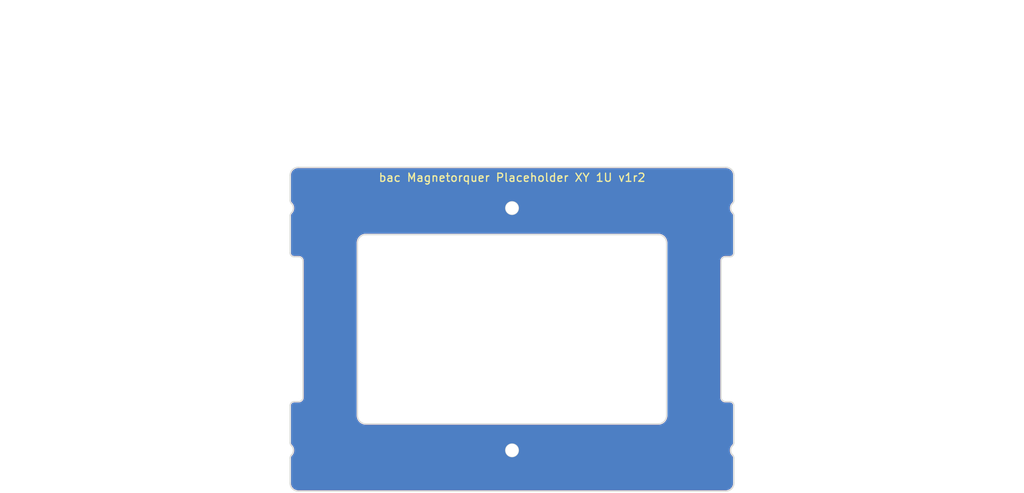
<source format=kicad_pcb>
(kicad_pcb (version 20240108) (generator "pcbnew") (generator_version "8.0")
  (title_block (title "bac Magnetorquer Placeholder XY 1U v1") (date "2025-03-20") (rev "2") (company "Build a CubeSat") (comment 1 "Manuel Imboden") (comment 2 "CC BY-SA 4.0") (comment 3 "https://buildacubesat.space"))
  (layers (0 "F.Cu" signal) (31 "B.Cu" mixed) (34 "B.Paste" user) (35 "F.Paste" user) (36 "B.SilkS" user "B.Silkscreen") (37 "F.SilkS" user "F.Silkscreen") (38 "B.Mask" user) (39 "F.Mask" user) (44 "Edge.Cuts" user))
  (net 0 "")
  (net 1 "GND")
  (footprint "MountingHole:MountingHole_3.2mm_M3_ISO14580_Pad_TopBottom" (layer "F.Cu") (at 150 70.4)
    (property "Reference" "H101" (hide yes))
    (property "Value" "MountingHole_Pad")
    (pad "1" thru_hole circle (at 0 0) (size 3.6 3.6) (drill 3.2) (layers "*.Cu" "*.Mask" "In1.Cu" "In2.Cu" "In3.Cu" "In4.Cu" "In5.Cu" "In6.Cu" "In7.Cu" "In8.Cu" "In9.Cu" "In10.Cu" "In11.Cu" "In12.Cu" "In13.Cu" "In14.Cu" "In15.Cu" "In16.Cu" "In17.Cu" "In18.Cu" "In19.Cu" "In20.Cu" "In21.Cu" "In22.Cu" "In23.Cu" "In24.Cu" "In25.Cu" "In26.Cu" "In27.Cu" "In28.Cu" "In29.Cu" "In30.Cu") (net 1 "GND"))
    (pad "1" connect circle (at 0 0) (size 5.5 5.5) (layers "F.Cu" "F.Mask") (net 1 "GND"))
    (pad "1" connect circle (at 0 0) (size 5.5 5.5) (layers "B.Cu" "B.Mask") (net 1 "GND"))
  )
  (footprint "MountingHole:MountingHole_3.2mm_M3_ISO14580_Pad_TopBottom" (layer "F.Cu") (at 150 129.6)
    (property "Reference" "H102" (hide yes))
    (property "Value" "MountingHole_Pad")
    (pad "1" thru_hole circle (at 0 0) (size 3.6 3.6) (drill 3.2) (layers "*.Cu" "*.Mask" "In1.Cu" "In2.Cu" "In3.Cu" "In4.Cu" "In5.Cu" "In6.Cu" "In7.Cu" "In8.Cu" "In9.Cu" "In10.Cu" "In11.Cu" "In12.Cu" "In13.Cu" "In14.Cu" "In15.Cu" "In16.Cu" "In17.Cu" "In18.Cu" "In19.Cu" "In20.Cu" "In21.Cu" "In22.Cu" "In23.Cu" "In24.Cu" "In25.Cu" "In26.Cu" "In27.Cu" "In28.Cu" "In29.Cu" "In30.Cu") (net 1 "GND"))
    (pad "1" connect circle (at 0 0) (size 5.5 5.5) (layers "F.Cu" "F.Mask") (net 1 "GND"))
    (pad "1" connect circle (at 0 0) (size 5.5 5.5) (layers "B.Cu" "B.Mask") (net 1 "GND"))
  )
  (gr_arc (start 97.8 139.600001) (mid 96.385786 139.014215) (end 95.8 137.600003) (stroke (width 0.2)) (layer "Edge.Cuts"))
  (gr_arc (start 96.107692 69.245437) (mid 96.599999 70.400001) (end 96.107692 71.554565) (stroke (width 0.2)) (layer "Edge.Cuts"))
  (gr_arc (start 114.299999 123.100001) (mid 112.885786 122.514215) (end 112.300001 121.100003) (stroke (width 0.2)) (layer "Edge.Cuts"))
  (gr_arc (start 96.799999 82.34) (mid 96.092893 82.047108) (end 95.8 81.340001) (stroke (width 0.2)) (layer "Edge.Cuts"))
  (gr_line (start 95.8 72.276201) (end 95.8 81.340001) (stroke (width 0.2)) (layer "Edge.Cuts"))
  (gr_line (start 96.799999 82.34) (end 97.928931 82.340001) (stroke (width 0.2)) (layer "Edge.Cuts"))
  (gr_arc (start 204.2 127.723834) (mid 204.119866 128.116067) (end 203.892308 128.445436) (stroke (width 0.2)) (layer "Edge.Cuts"))
  (gr_line (start 204.200001 137.600001) (end 204.2 131.476168) (stroke (width 0.2)) (layer "Edge.Cuts"))
  (gr_arc (start 203.892308 130.754564) (mid 204.119867 131.083935) (end 204.2 131.476168) (stroke (width 0.2)) (layer "Edge.Cuts"))
  (gr_arc (start 203.892308 130.754564) (mid 203.400001 129.6) (end 203.892308 128.445436) (stroke (width 0.2)) (layer "Edge.Cuts"))
  (gr_line (start 204.2 127.723834) (end 204.2 118.659999) (stroke (width 0.2)) (layer "Edge.Cuts"))
  (gr_line (start 98.928852 83.339921) (end 98.928851 116.659998) (stroke (width 0.2)) (layer "Edge.Cuts"))
  (gr_arc (start 112.3 78.900001) (mid 112.885787 77.485787) (end 114.3 76.9) (stroke (width 0.2)) (layer "Edge.Cuts"))
  (gr_line (start 97.928849 117.66) (end 96.8 117.660001) (stroke (width 0.2)) (layer "Edge.Cuts"))
  (gr_arc (start 204.200001 137.600001) (mid 203.614215 139.014215) (end 202.200002 139.600001) (stroke (width 0.2)) (layer "Edge.Cuts"))
  (gr_circle (center 150 70.4) (end 150 68.8) (stroke (width 0.2)) (fill none) (layer "Edge.Cuts"))
  (gr_arc (start 187.699999 121.100003) (mid 187.114214 122.514215) (end 185.700003 123.100001) (stroke (width 0.2)) (layer "Edge.Cuts"))
  (gr_line (start 114.299999 123.100001) (end 185.700003 123.100001) (stroke (width 0.2)) (layer "Edge.Cuts"))
  (gr_line (start 187.699999 121.100003) (end 187.700001 78.900001) (stroke (width 0.2)) (layer "Edge.Cuts"))
  (gr_circle (center 150 129.600001) (end 150 128.000001) (stroke (width 0.2)) (fill none) (layer "Edge.Cuts"))
  (gr_line (start 112.3 78.900001) (end 112.300001 121.100003) (stroke (width 0.2)) (layer "Edge.Cuts"))
  (gr_line (start 185.7 76.9) (end 114.3 76.9) (stroke (width 0.2)) (layer "Edge.Cuts"))
  (gr_arc (start 204.2 81.340001) (mid 203.907107 82.047108) (end 203.200001 82.34) (stroke (width 0.2)) (layer "Edge.Cuts"))
  (gr_line (start 202.071149 82.340001) (end 203.200001 82.34) (stroke (width 0.2)) (layer "Edge.Cuts"))
  (gr_arc (start 201.07115 83.340001) (mid 201.364042 82.632893) (end 202.071149 82.340001) (stroke (width 0.2)) (layer "Edge.Cuts"))
  (gr_line (start 201.071149 116.659999) (end 201.07115 83.340001) (stroke (width 0.2)) (layer "Edge.Cuts"))
  (gr_arc (start 98.928851 116.659998) (mid 98.635957 117.367107) (end 97.928849 117.66) (stroke (width 0.2)) (layer "Edge.Cuts"))
  (gr_arc (start 202.2 60.4) (mid 203.614215 60.985786) (end 204.200001 62.400001) (stroke (width 0.2)) (layer "Edge.Cuts"))
  (gr_line (start 202.2 60.4) (end 97.8 60.4) (stroke (width 0.2)) (layer "Edge.Cuts"))
  (gr_arc (start 203.892308 71.554565) (mid 203.399999 70.400001) (end 203.892308 69.245437) (stroke (width 0.2)) (layer "Edge.Cuts"))
  (gr_arc (start 203.892308 71.554565) (mid 204.119878 71.883933) (end 204.200001 72.276167) (stroke (width 0.2)) (layer "Edge.Cuts"))
  (gr_arc (start 97.928931 82.340001) (mid 98.635989 82.632876) (end 98.928852 83.339921) (stroke (width 0.2)) (layer "Edge.Cuts"))
  (gr_line (start 203.200001 117.66) (end 202.071151 117.66) (stroke (width 0.2)) (layer "Edge.Cuts"))
  (gr_line (start 95.8 131.476168) (end 95.8 137.600003) (stroke (width 0.2)) (layer "Edge.Cuts"))
  (gr_arc (start 202.071151 117.66) (mid 201.364044 117.367107) (end 201.071149 116.659999) (stroke (width 0.2)) (layer "Edge.Cuts"))
  (gr_arc (start 95.8 131.476168) (mid 95.880134 131.083935) (end 96.107693 130.754564) (stroke (width 0.2)) (layer "Edge.Cuts"))
  (gr_arc (start 96.107693 128.445436) (mid 96.600001 129.6) (end 96.107693 130.754564) (stroke (width 0.2)) (layer "Edge.Cuts"))
  (gr_arc (start 96.107693 128.445436) (mid 95.880135 128.116067) (end 95.8 127.723834) (stroke (width 0.2)) (layer "Edge.Cuts"))
  (gr_arc (start 95.8 118.659999) (mid 96.092893 117.952893) (end 96.8 117.660001) (stroke (width 0.2)) (layer "Edge.Cuts"))
  (gr_arc (start 204.2 68.523801) (mid 204.119855 68.916058) (end 203.892308 69.245437) (stroke (width 0.2)) (layer "Edge.Cuts"))
  (gr_line (start 204.2 131.476168) (end 204.2 131.476168) (stroke (width 0.2)) (layer "Edge.Cuts"))
  (gr_line (start 95.8 118.659999) (end 95.8 127.723834) (stroke (width 0.2)) (layer "Edge.Cuts"))
  (gr_arc (start 95.8 72.276201) (mid 95.880146 71.883942) (end 96.107692 71.554565) (stroke (width 0.2)) (layer "Edge.Cuts"))
  (gr_line (start 204.2 81.340001) (end 204.200001 72.276167) (stroke (width 0.2)) (layer "Edge.Cuts"))
  (gr_arc (start 185.7 76.9) (mid 187.114214 77.485787) (end 187.700001 78.900001) (stroke (width 0.2)) (layer "Edge.Cuts"))
  (gr_arc (start 96.107692 69.245437) (mid 95.880123 68.916069) (end 95.8 68.523835) (stroke (width 0.2)) (layer "Edge.Cuts"))
  (gr_arc (start 95.8 62.400001) (mid 96.385785 60.985786) (end 97.8 60.4) (stroke (width 0.2)) (layer "Edge.Cuts"))
  (gr_line (start 95.8 62.400001) (end 95.8 68.523835) (stroke (width 0.2)) (layer "Edge.Cuts"))
  (gr_line (start 204.2 68.523801) (end 204.200001 62.400001) (stroke (width 0.2)) (layer "Edge.Cuts"))
  (gr_line (start 97.8 139.600001) (end 202.200002 139.600001) (stroke (width 0.2)) (layer "Edge.Cuts"))
  (gr_arc (start 203.200001 117.66) (mid 203.907107 117.952893) (end 204.2 118.659999) (stroke (width 0.2)) (layer "Edge.Cuts"))
  (gr_text "${TITLE}r${REVISION}" (at 150.025 62.95 0) (layer "F.SilkS") (effects (font (size 2 2) (thickness 0.3))))
  (zone (net 1) (net_name "GND") (layers "F.Cu" "B.Cu") (name "GND") (connect_pads yes (clearance 0)) (min_thickness 0.25) (fill yes (thermal_gap 0.5) (thermal_bridge_width 0.5) (smoothing fillet) (radius 1) (island_removal_mode 1) (island_area_min 10))
    (polygon (pts (xy 40 60) (xy 259.5 60) (xy 259.5 140) (xy 40.5 140) (xy 40 139.5)))
  )
)
</source>
